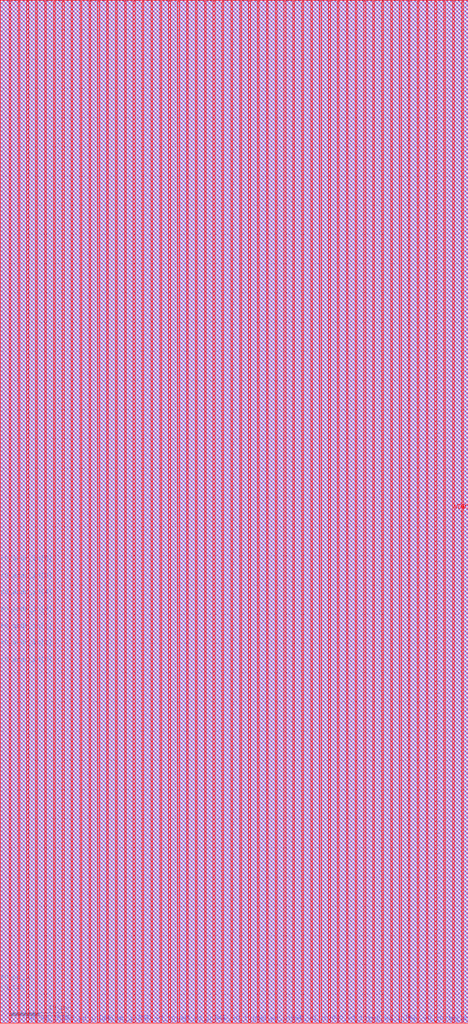
<source format=lef>
# Generated by OpenFakeRAM
VERSION 5.7 ;
BUSBITCHARS "[]" ;
PROPERTYDEFINITIONS
  MACRO width INTEGER ;
  MACRO depth INTEGER ;
  MACRO banks INTEGER ;
END PROPERTYDEFINITIONS
MACRO fakeram_1rw1r_12w128d_sram
  PROPERTY width 12 ;
  PROPERTY depth 128 ;
  PROPERTY banks 1 ;
  FOREIGN fakeram_1rw1r_12w128d_sram 0 0 ;
  SYMMETRY X Y R90 ;
  SIZE 80.180 BY 175.070 ;
  CLASS BLOCK ;
  PIN r0_clk
    DIRECTION INPUT ;
    USE SIGNAL ;
    SHAPE ABUTMENT ;
    PORT
      LAYER metal3 ;
      RECT 0.000 5.285 0.070 5.355 ;
    END
  END r0_clk
  PIN r0_ce_in
    DIRECTION INPUT ;
    USE SIGNAL ;
    SHAPE ABUTMENT ;
    PORT
      LAYER metal3 ;
      RECT 0.000 6.965 0.070 7.035 ;
    END
  END r0_ce_in
  PIN r0_addr_in[0]
    DIRECTION INPUT ;
    USE SIGNAL ;
    SHAPE ABUTMENT ;
    PORT
      LAYER metal3 ;
      RECT 0.000 61.285 0.070 61.355 ;
    END
  END r0_addr_in[0]
  PIN r0_addr_in[1]
    DIRECTION INPUT ;
    USE SIGNAL ;
    SHAPE ABUTMENT ;
    PORT
      LAYER metal3 ;
      RECT 0.000 64.225 0.070 64.295 ;
    END
  END r0_addr_in[1]
  PIN r0_addr_in[2]
    DIRECTION INPUT ;
    USE SIGNAL ;
    SHAPE ABUTMENT ;
    PORT
      LAYER metal3 ;
      RECT 0.000 67.025 0.070 67.095 ;
    END
  END r0_addr_in[2]
  PIN r0_addr_in[3]
    DIRECTION INPUT ;
    USE SIGNAL ;
    SHAPE ABUTMENT ;
    PORT
      LAYER metal3 ;
      RECT 0.000 69.965 0.070 70.035 ;
    END
  END r0_addr_in[3]
  PIN r0_addr_in[4]
    DIRECTION INPUT ;
    USE SIGNAL ;
    SHAPE ABUTMENT ;
    PORT
      LAYER metal3 ;
      RECT 0.000 72.905 0.070 72.975 ;
    END
  END r0_addr_in[4]
  PIN r0_addr_in[5]
    DIRECTION INPUT ;
    USE SIGNAL ;
    SHAPE ABUTMENT ;
    PORT
      LAYER metal3 ;
      RECT 0.000 75.705 0.070 75.775 ;
    END
  END r0_addr_in[5]
  PIN r0_addr_in[6]
    DIRECTION INPUT ;
    USE SIGNAL ;
    SHAPE ABUTMENT ;
    PORT
      LAYER metal3 ;
      RECT 0.000 78.645 0.070 78.715 ;
    END
  END r0_addr_in[6]
  PIN rw0_rd_out[0]
    DIRECTION OUTPUT ;
    USE SIGNAL ;
    SHAPE ABUTMENT ;
    PORT
      LAYER metal2 ;
      RECT 4.145 175.000 4.215 175.070 ;
    END
  END rw0_rd_out[0]
  PIN r0_rd_out[0]
    DIRECTION OUTPUT ;
    USE SIGNAL ;
    SHAPE ABUTMENT ;
    PORT
      LAYER metal2 ;
      RECT 7.185 175.000 7.255 175.070 ;
    END
  END r0_rd_out[0]
  PIN rw0_rd_out[1]
    DIRECTION OUTPUT ;
    USE SIGNAL ;
    SHAPE ABUTMENT ;
    PORT
      LAYER metal2 ;
      RECT 10.415 175.000 10.485 175.070 ;
    END
  END rw0_rd_out[1]
  PIN r0_rd_out[1]
    DIRECTION OUTPUT ;
    USE SIGNAL ;
    SHAPE ABUTMENT ;
    PORT
      LAYER metal2 ;
      RECT 13.455 175.000 13.525 175.070 ;
    END
  END r0_rd_out[1]
  PIN rw0_rd_out[2]
    DIRECTION OUTPUT ;
    USE SIGNAL ;
    SHAPE ABUTMENT ;
    PORT
      LAYER metal2 ;
      RECT 16.685 175.000 16.755 175.070 ;
    END
  END rw0_rd_out[2]
  PIN r0_rd_out[2]
    DIRECTION OUTPUT ;
    USE SIGNAL ;
    SHAPE ABUTMENT ;
    PORT
      LAYER metal2 ;
      RECT 19.725 175.000 19.795 175.070 ;
    END
  END r0_rd_out[2]
  PIN rw0_rd_out[3]
    DIRECTION OUTPUT ;
    USE SIGNAL ;
    SHAPE ABUTMENT ;
    PORT
      LAYER metal2 ;
      RECT 22.955 175.000 23.025 175.070 ;
    END
  END rw0_rd_out[3]
  PIN r0_rd_out[3]
    DIRECTION OUTPUT ;
    USE SIGNAL ;
    SHAPE ABUTMENT ;
    PORT
      LAYER metal2 ;
      RECT 25.995 175.000 26.065 175.070 ;
    END
  END r0_rd_out[3]
  PIN rw0_rd_out[4]
    DIRECTION OUTPUT ;
    USE SIGNAL ;
    SHAPE ABUTMENT ;
    PORT
      LAYER metal2 ;
      RECT 29.225 175.000 29.295 175.070 ;
    END
  END rw0_rd_out[4]
  PIN r0_rd_out[4]
    DIRECTION OUTPUT ;
    USE SIGNAL ;
    SHAPE ABUTMENT ;
    PORT
      LAYER metal2 ;
      RECT 32.265 175.000 32.335 175.070 ;
    END
  END r0_rd_out[4]
  PIN rw0_rd_out[5]
    DIRECTION OUTPUT ;
    USE SIGNAL ;
    SHAPE ABUTMENT ;
    PORT
      LAYER metal2 ;
      RECT 35.495 175.000 35.565 175.070 ;
    END
  END rw0_rd_out[5]
  PIN r0_rd_out[5]
    DIRECTION OUTPUT ;
    USE SIGNAL ;
    SHAPE ABUTMENT ;
    PORT
      LAYER metal2 ;
      RECT 38.535 175.000 38.605 175.070 ;
    END
  END r0_rd_out[5]
  PIN rw0_rd_out[6]
    DIRECTION OUTPUT ;
    USE SIGNAL ;
    SHAPE ABUTMENT ;
    PORT
      LAYER metal2 ;
      RECT 41.765 175.000 41.835 175.070 ;
    END
  END rw0_rd_out[6]
  PIN r0_rd_out[6]
    DIRECTION OUTPUT ;
    USE SIGNAL ;
    SHAPE ABUTMENT ;
    PORT
      LAYER metal2 ;
      RECT 44.805 175.000 44.875 175.070 ;
    END
  END r0_rd_out[6]
  PIN rw0_rd_out[7]
    DIRECTION OUTPUT ;
    USE SIGNAL ;
    SHAPE ABUTMENT ;
    PORT
      LAYER metal2 ;
      RECT 48.035 175.000 48.105 175.070 ;
    END
  END rw0_rd_out[7]
  PIN r0_rd_out[7]
    DIRECTION OUTPUT ;
    USE SIGNAL ;
    SHAPE ABUTMENT ;
    PORT
      LAYER metal2 ;
      RECT 51.075 175.000 51.145 175.070 ;
    END
  END r0_rd_out[7]
  PIN rw0_rd_out[8]
    DIRECTION OUTPUT ;
    USE SIGNAL ;
    SHAPE ABUTMENT ;
    PORT
      LAYER metal2 ;
      RECT 54.305 175.000 54.375 175.070 ;
    END
  END rw0_rd_out[8]
  PIN r0_rd_out[8]
    DIRECTION OUTPUT ;
    USE SIGNAL ;
    SHAPE ABUTMENT ;
    PORT
      LAYER metal2 ;
      RECT 57.345 175.000 57.415 175.070 ;
    END
  END r0_rd_out[8]
  PIN rw0_rd_out[9]
    DIRECTION OUTPUT ;
    USE SIGNAL ;
    SHAPE ABUTMENT ;
    PORT
      LAYER metal2 ;
      RECT 60.575 175.000 60.645 175.070 ;
    END
  END rw0_rd_out[9]
  PIN r0_rd_out[9]
    DIRECTION OUTPUT ;
    USE SIGNAL ;
    SHAPE ABUTMENT ;
    PORT
      LAYER metal2 ;
      RECT 63.615 175.000 63.685 175.070 ;
    END
  END r0_rd_out[9]
  PIN rw0_rd_out[10]
    DIRECTION OUTPUT ;
    USE SIGNAL ;
    SHAPE ABUTMENT ;
    PORT
      LAYER metal2 ;
      RECT 66.845 175.000 66.915 175.070 ;
    END
  END rw0_rd_out[10]
  PIN r0_rd_out[10]
    DIRECTION OUTPUT ;
    USE SIGNAL ;
    SHAPE ABUTMENT ;
    PORT
      LAYER metal2 ;
      RECT 69.885 175.000 69.955 175.070 ;
    END
  END r0_rd_out[10]
  PIN rw0_rd_out[11]
    DIRECTION OUTPUT ;
    USE SIGNAL ;
    SHAPE ABUTMENT ;
    PORT
      LAYER metal2 ;
      RECT 73.115 175.000 73.185 175.070 ;
    END
  END rw0_rd_out[11]
  PIN r0_rd_out[11]
    DIRECTION OUTPUT ;
    USE SIGNAL ;
    SHAPE ABUTMENT ;
    PORT
      LAYER metal2 ;
      RECT 76.155 175.000 76.225 175.070 ;
    END
  END r0_rd_out[11]
  PIN rw0_clk
    DIRECTION INPUT ;
    USE SIGNAL ;
    SHAPE ABUTMENT ;
    PORT
      LAYER metal3 ;
      RECT 80.110 157.605 80.180 157.675 ;
    END
  END rw0_clk
  PIN rw0_ce_in
    DIRECTION INPUT ;
    USE SIGNAL ;
    SHAPE ABUTMENT ;
    PORT
      LAYER metal3 ;
      RECT 80.110 159.285 80.180 159.355 ;
    END
  END rw0_ce_in
  PIN rw0_we_in
    DIRECTION INPUT ;
    USE SIGNAL ;
    SHAPE ABUTMENT ;
    PORT
      LAYER metal3 ;
      RECT 80.110 160.965 80.180 161.035 ;
    END
  END rw0_we_in
  PIN rw0_addr_in[0]
    DIRECTION INPUT ;
    USE SIGNAL ;
    SHAPE ABUTMENT ;
    PORT
      LAYER metal3 ;
      RECT 80.110 26.285 80.180 26.355 ;
    END
  END rw0_addr_in[0]
  PIN rw0_addr_in[1]
    DIRECTION INPUT ;
    USE SIGNAL ;
    SHAPE ABUTMENT ;
    PORT
      LAYER metal3 ;
      RECT 80.110 29.225 80.180 29.295 ;
    END
  END rw0_addr_in[1]
  PIN rw0_addr_in[2]
    DIRECTION INPUT ;
    USE SIGNAL ;
    SHAPE ABUTMENT ;
    PORT
      LAYER metal3 ;
      RECT 80.110 32.025 80.180 32.095 ;
    END
  END rw0_addr_in[2]
  PIN rw0_addr_in[3]
    DIRECTION INPUT ;
    USE SIGNAL ;
    SHAPE ABUTMENT ;
    PORT
      LAYER metal3 ;
      RECT 80.110 34.965 80.180 35.035 ;
    END
  END rw0_addr_in[3]
  PIN rw0_addr_in[4]
    DIRECTION INPUT ;
    USE SIGNAL ;
    SHAPE ABUTMENT ;
    PORT
      LAYER metal3 ;
      RECT 80.110 37.905 80.180 37.975 ;
    END
  END rw0_addr_in[4]
  PIN rw0_addr_in[5]
    DIRECTION INPUT ;
    USE SIGNAL ;
    SHAPE ABUTMENT ;
    PORT
      LAYER metal3 ;
      RECT 80.110 40.705 80.180 40.775 ;
    END
  END rw0_addr_in[5]
  PIN rw0_addr_in[6]
    DIRECTION INPUT ;
    USE SIGNAL ;
    SHAPE ABUTMENT ;
    PORT
      LAYER metal3 ;
      RECT 80.110 43.645 80.180 43.715 ;
    END
  END rw0_addr_in[6]
  PIN rw0_wd_in[0]
    DIRECTION INPUT ;
    USE SIGNAL ;
    SHAPE ABUTMENT ;
    PORT
      LAYER metal2 ;
      RECT 4.145 0.000 4.215 0.070 ;
    END
  END rw0_wd_in[0]
  PIN rw0_wd_in[1]
    DIRECTION INPUT ;
    USE SIGNAL ;
    SHAPE ABUTMENT ;
    PORT
      LAYER metal2 ;
      RECT 10.605 0.000 10.675 0.070 ;
    END
  END rw0_wd_in[1]
  PIN rw0_wd_in[2]
    DIRECTION INPUT ;
    USE SIGNAL ;
    SHAPE ABUTMENT ;
    PORT
      LAYER metal2 ;
      RECT 17.255 0.000 17.325 0.070 ;
    END
  END rw0_wd_in[2]
  PIN rw0_wd_in[3]
    DIRECTION INPUT ;
    USE SIGNAL ;
    SHAPE ABUTMENT ;
    PORT
      LAYER metal2 ;
      RECT 23.715 0.000 23.785 0.070 ;
    END
  END rw0_wd_in[3]
  PIN rw0_wd_in[4]
    DIRECTION INPUT ;
    USE SIGNAL ;
    SHAPE ABUTMENT ;
    PORT
      LAYER metal2 ;
      RECT 30.365 0.000 30.435 0.070 ;
    END
  END rw0_wd_in[4]
  PIN rw0_wd_in[5]
    DIRECTION INPUT ;
    USE SIGNAL ;
    SHAPE ABUTMENT ;
    PORT
      LAYER metal2 ;
      RECT 36.825 0.000 36.895 0.070 ;
    END
  END rw0_wd_in[5]
  PIN rw0_wd_in[6]
    DIRECTION INPUT ;
    USE SIGNAL ;
    SHAPE ABUTMENT ;
    PORT
      LAYER metal2 ;
      RECT 43.475 0.000 43.545 0.070 ;
    END
  END rw0_wd_in[6]
  PIN rw0_wd_in[7]
    DIRECTION INPUT ;
    USE SIGNAL ;
    SHAPE ABUTMENT ;
    PORT
      LAYER metal2 ;
      RECT 49.935 0.000 50.005 0.070 ;
    END
  END rw0_wd_in[7]
  PIN rw0_wd_in[8]
    DIRECTION INPUT ;
    USE SIGNAL ;
    SHAPE ABUTMENT ;
    PORT
      LAYER metal2 ;
      RECT 56.585 0.000 56.655 0.070 ;
    END
  END rw0_wd_in[8]
  PIN rw0_wd_in[9]
    DIRECTION INPUT ;
    USE SIGNAL ;
    SHAPE ABUTMENT ;
    PORT
      LAYER metal2 ;
      RECT 63.045 0.000 63.115 0.070 ;
    END
  END rw0_wd_in[9]
  PIN rw0_wd_in[10]
    DIRECTION INPUT ;
    USE SIGNAL ;
    SHAPE ABUTMENT ;
    PORT
      LAYER metal2 ;
      RECT 69.695 0.000 69.765 0.070 ;
    END
  END rw0_wd_in[10]
  PIN rw0_wd_in[11]
    DIRECTION INPUT ;
    USE SIGNAL ;
    SHAPE ABUTMENT ;
    PORT
      LAYER metal2 ;
      RECT 76.155 0.000 76.225 0.070 ;
    END
  END rw0_wd_in[11]
  PIN VSS
    DIRECTION INOUT ;
    USE GROUND ;
    PORT
      LAYER metal4 ;
      RECT 3.040 0.140 3.320 174.930 ;
      RECT 6.080 0.140 6.360 174.930 ;
      RECT 9.120 0.140 9.400 174.930 ;
      RECT 12.160 0.140 12.440 174.930 ;
      RECT 15.200 0.140 15.480 174.930 ;
      RECT 18.240 0.140 18.520 174.930 ;
      RECT 21.280 0.140 21.560 174.930 ;
      RECT 24.320 0.140 24.600 174.930 ;
      RECT 27.360 0.140 27.640 174.930 ;
      RECT 30.400 0.140 30.680 174.930 ;
      RECT 33.440 0.140 33.720 174.930 ;
      RECT 36.480 0.140 36.760 174.930 ;
      RECT 39.520 0.140 39.800 174.930 ;
      RECT 42.560 0.140 42.840 174.930 ;
      RECT 45.600 0.140 45.880 174.930 ;
      RECT 48.640 0.140 48.920 174.930 ;
      RECT 51.680 0.140 51.960 174.930 ;
      RECT 54.720 0.140 55.000 174.930 ;
      RECT 57.760 0.140 58.040 174.930 ;
      RECT 60.800 0.140 61.080 174.930 ;
      RECT 63.840 0.140 64.120 174.930 ;
      RECT 66.880 0.140 67.160 174.930 ;
      RECT 69.920 0.140 70.200 174.930 ;
      RECT 72.960 0.140 73.240 174.930 ;
      RECT 76.000 0.140 76.280 174.930 ;
      RECT 79.040 0.140 79.320 174.930 ;
    END
  END VSS
  PIN VDD
    DIRECTION INOUT ;
    USE POWER ;
    PORT
      LAYER metal4 ;
      RECT 1.520 0.140 1.800 174.930 ;
      RECT 4.560 0.140 4.840 174.930 ;
      RECT 7.600 0.140 7.880 174.930 ;
      RECT 10.640 0.140 10.920 174.930 ;
      RECT 13.680 0.140 13.960 174.930 ;
      RECT 16.720 0.140 17.000 174.930 ;
      RECT 19.760 0.140 20.040 174.930 ;
      RECT 22.800 0.140 23.080 174.930 ;
      RECT 25.840 0.140 26.120 174.930 ;
      RECT 28.880 0.140 29.160 174.930 ;
      RECT 31.920 0.140 32.200 174.930 ;
      RECT 34.960 0.140 35.240 174.930 ;
      RECT 38.000 0.140 38.280 174.930 ;
      RECT 41.040 0.140 41.320 174.930 ;
      RECT 44.080 0.140 44.360 174.930 ;
      RECT 47.120 0.140 47.400 174.930 ;
      RECT 50.160 0.140 50.440 174.930 ;
      RECT 53.200 0.140 53.480 174.930 ;
      RECT 56.240 0.140 56.520 174.930 ;
      RECT 59.280 0.140 59.560 174.930 ;
      RECT 62.320 0.140 62.600 174.930 ;
      RECT 65.360 0.140 65.640 174.930 ;
      RECT 68.400 0.140 68.680 174.930 ;
      RECT 71.440 0.140 71.720 174.930 ;
      RECT 74.480 0.140 74.760 174.930 ;
      RECT 77.520 0.140 77.800 174.930 ;
    END
  END VDD
  OBS
    LAYER metal1 ;
    RECT 0 0 80.180 175.070 ;
    LAYER metal2 ;
    RECT 0 0 80.180 175.070 ;
    LAYER metal3 ;
    RECT 0 0 80.180 175.070 ;
    LAYER metal4 ;
    RECT 0 0 80.180 175.070 ;
    LAYER OVERLAP ;
    RECT 0 0 80.180 175.070 ;
  END
END fakeram_1rw1r_12w128d_sram

END LIBRARY

</source>
